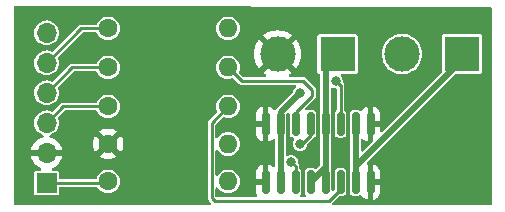
<source format=gbr>
%TF.GenerationSoftware,KiCad,Pcbnew,7.0.9*%
%TF.CreationDate,2025-02-03T19:38:26-05:00*%
%TF.ProjectId,squircuit_relay_prototyping,73717569-7263-4756-9974-5f72656c6179,rev?*%
%TF.SameCoordinates,Original*%
%TF.FileFunction,Copper,L1,Top*%
%TF.FilePolarity,Positive*%
%FSLAX46Y46*%
G04 Gerber Fmt 4.6, Leading zero omitted, Abs format (unit mm)*
G04 Created by KiCad (PCBNEW 7.0.9) date 2025-02-03 19:38:26*
%MOMM*%
%LPD*%
G01*
G04 APERTURE LIST*
G04 Aperture macros list*
%AMRoundRect*
0 Rectangle with rounded corners*
0 $1 Rounding radius*
0 $2 $3 $4 $5 $6 $7 $8 $9 X,Y pos of 4 corners*
0 Add a 4 corners polygon primitive as box body*
4,1,4,$2,$3,$4,$5,$6,$7,$8,$9,$2,$3,0*
0 Add four circle primitives for the rounded corners*
1,1,$1+$1,$2,$3*
1,1,$1+$1,$4,$5*
1,1,$1+$1,$6,$7*
1,1,$1+$1,$8,$9*
0 Add four rect primitives between the rounded corners*
20,1,$1+$1,$2,$3,$4,$5,0*
20,1,$1+$1,$4,$5,$6,$7,0*
20,1,$1+$1,$6,$7,$8,$9,0*
20,1,$1+$1,$8,$9,$2,$3,0*%
G04 Aperture macros list end*
%TA.AperFunction,ComponentPad*%
%ADD10R,1.700000X1.700000*%
%TD*%
%TA.AperFunction,ComponentPad*%
%ADD11O,1.700000X1.700000*%
%TD*%
%TA.AperFunction,ComponentPad*%
%ADD12R,3.000000X3.000000*%
%TD*%
%TA.AperFunction,ComponentPad*%
%ADD13C,3.000000*%
%TD*%
%TA.AperFunction,SMDPad,CuDef*%
%ADD14RoundRect,0.150000X0.150000X-0.825000X0.150000X0.825000X-0.150000X0.825000X-0.150000X-0.825000X0*%
%TD*%
%TA.AperFunction,ComponentPad*%
%ADD15C,1.600000*%
%TD*%
%TA.AperFunction,ComponentPad*%
%ADD16O,1.600000X1.600000*%
%TD*%
%TA.AperFunction,ViaPad*%
%ADD17C,0.800000*%
%TD*%
%TA.AperFunction,Conductor*%
%ADD18C,0.250000*%
%TD*%
%TA.AperFunction,Conductor*%
%ADD19C,0.500000*%
%TD*%
G04 APERTURE END LIST*
D10*
%TO.P,J1,1,Pin_1*%
%TO.N,Net-(J1-Pin_1)*%
X26670000Y-27686000D03*
D11*
%TO.P,J1,2,Pin_2*%
%TO.N,GND*%
X26670000Y-25146000D03*
%TO.P,J1,3,Pin_3*%
%TO.N,Net-(J1-Pin_3)*%
X26670000Y-22606000D03*
%TO.P,J1,4,Pin_4*%
%TO.N,Net-(J1-Pin_4)*%
X26670000Y-20066000D03*
%TO.P,J1,5,Pin_5*%
%TO.N,Net-(J1-Pin_5)*%
X26670000Y-17526000D03*
%TO.P,J1,6,Pin_6*%
%TO.N,unconnected-(J1-Pin_6-Pad6)*%
X26670000Y-14986000D03*
%TD*%
D12*
%TO.P,J3,1,Pin_1*%
%TO.N,/OUTB*%
X61849000Y-16764000D03*
D13*
%TO.P,J3,2,Pin_2*%
%TO.N,/OUTA*%
X56769000Y-16764000D03*
%TD*%
D14*
%TO.P,U1,1,Pin_1*%
%TO.N,GND*%
X45212000Y-27621000D03*
%TO.P,U1,2,Pin_2*%
%TO.N,/OUTA*%
X46482000Y-27621000D03*
%TO.P,U1,3,Pin_3*%
%TO.N,/INA*%
X47752000Y-27621000D03*
%TO.P,U1,4,Pin_4*%
%TO.N,/VCC*%
X49022000Y-27621000D03*
%TO.P,U1,5,Pin_5*%
X50292000Y-27621000D03*
%TO.P,U1,6,Pin_6*%
%TO.N,/INB*%
X51562000Y-27621000D03*
%TO.P,U1,7,Pin_7*%
%TO.N,/OUTB*%
X52832000Y-27621000D03*
%TO.P,U1,8,Pin_8*%
%TO.N,GND*%
X54102000Y-27621000D03*
%TO.P,U1,9,Pin_9*%
X54102000Y-22671000D03*
%TO.P,U1,10,Pin_10*%
%TO.N,/OUTB*%
X52832000Y-22671000D03*
%TO.P,U1,11,Pin_11*%
%TO.N,/PWM*%
X51562000Y-22671000D03*
%TO.P,U1,12,Pin_12*%
%TO.N,/VCC*%
X50292000Y-22671000D03*
%TO.P,U1,13,Pin_13*%
%TO.N,/CS*%
X49022000Y-22671000D03*
%TO.P,U1,14,Pin_14*%
%TO.N,/SEL0*%
X47752000Y-22671000D03*
%TO.P,U1,15,Pin_15*%
%TO.N,/OUTA*%
X46482000Y-22671000D03*
%TO.P,U1,16,Pin_16*%
%TO.N,GND*%
X45212000Y-22671000D03*
%TD*%
D12*
%TO.P,J2,1,Pin_1*%
%TO.N,/VCC*%
X51308000Y-16764000D03*
D13*
%TO.P,J2,2,Pin_2*%
%TO.N,GND*%
X46228000Y-16764000D03*
%TD*%
D15*
%TO.P,R2,1*%
%TO.N,Net-(J1-Pin_3)*%
X31877000Y-21209000D03*
D16*
%TO.P,R2,2*%
%TO.N,/INB*%
X42037000Y-21209000D03*
%TD*%
D15*
%TO.P,R4,1*%
%TO.N,Net-(J1-Pin_5)*%
X31877000Y-14605000D03*
D16*
%TO.P,R4,2*%
%TO.N,/PWM*%
X42037000Y-14605000D03*
%TD*%
D15*
%TO.P,R3,1*%
%TO.N,Net-(J1-Pin_4)*%
X31877000Y-17907000D03*
D16*
%TO.P,R3,2*%
%TO.N,/SEL0*%
X42037000Y-17907000D03*
%TD*%
D15*
%TO.P,R1,1*%
%TO.N,Net-(J1-Pin_1)*%
X31877000Y-27559000D03*
D16*
%TO.P,R1,2*%
%TO.N,/INA*%
X42037000Y-27559000D03*
%TD*%
D15*
%TO.P,R5,1*%
%TO.N,GND*%
X31877000Y-24384000D03*
D16*
%TO.P,R5,2*%
%TO.N,/CS*%
X42037000Y-24384000D03*
%TD*%
D17*
%TO.N,GND*%
X56592000Y-26075750D03*
X33732000Y-20995750D03*
X33732000Y-23535750D03*
X36272000Y-15915750D03*
X43892000Y-20995750D03*
X61672000Y-20995750D03*
X33732000Y-15915750D03*
X36272000Y-23535750D03*
X59132000Y-23535750D03*
X59132000Y-26075750D03*
X33732000Y-26075750D03*
X28652000Y-28615750D03*
X48972000Y-15915750D03*
X33732000Y-28615750D03*
X38812000Y-20995750D03*
X61672000Y-23535750D03*
X36272000Y-28615750D03*
X54052000Y-15915750D03*
X59132000Y-28615750D03*
X38812000Y-18455750D03*
X28652000Y-26075750D03*
X56592000Y-28615750D03*
X38812000Y-26075750D03*
X38812000Y-28615750D03*
X36272000Y-26075750D03*
X54052000Y-20995750D03*
X38812000Y-15915750D03*
X36272000Y-18455750D03*
X43892000Y-23535750D03*
X61672000Y-28615750D03*
X33732000Y-18455750D03*
X38812000Y-23535750D03*
X31192000Y-26075750D03*
X59132000Y-15915750D03*
X36272000Y-20995750D03*
X28652000Y-23535750D03*
X61672000Y-26075750D03*
%TO.N,/OUTA*%
X48137766Y-20066000D03*
%TO.N,/INA*%
X47371000Y-25908000D03*
%TO.N,/PWM*%
X51141500Y-19050000D03*
%TO.N,/CS*%
X48133000Y-24384000D03*
%TD*%
D18*
%TO.N,Net-(J1-Pin_1)*%
X31750000Y-27686000D02*
X31877000Y-27559000D01*
X26670000Y-27686000D02*
X31750000Y-27686000D01*
%TO.N,Net-(J1-Pin_3)*%
X26670000Y-22606000D02*
X28067000Y-21209000D01*
X28067000Y-21209000D02*
X31877000Y-21209000D01*
%TO.N,Net-(J1-Pin_4)*%
X26670000Y-20066000D02*
X28829000Y-17907000D01*
X28829000Y-17907000D02*
X31877000Y-17907000D01*
%TO.N,Net-(J1-Pin_5)*%
X29591000Y-14605000D02*
X31877000Y-14605000D01*
X26670000Y-17526000D02*
X29591000Y-14605000D01*
D19*
%TO.N,/VCC*%
X50292000Y-22671000D02*
X50292000Y-27621000D01*
X50292000Y-17780000D02*
X50292000Y-22671000D01*
X50292000Y-22671000D02*
X50292000Y-26351000D01*
X50292000Y-26351000D02*
X49022000Y-27621000D01*
X51308000Y-16764000D02*
X50292000Y-17780000D01*
%TO.N,/OUTA*%
X46482000Y-22671000D02*
X46482000Y-21696001D01*
X48133000Y-20066000D02*
X48137766Y-20066000D01*
X48137766Y-20066000D02*
X48112001Y-20066000D01*
X46482000Y-27621000D02*
X46482000Y-22671000D01*
X46482000Y-21696001D02*
X48112001Y-20066000D01*
D18*
%TO.N,/INA*%
X47752000Y-26289000D02*
X47752000Y-27621000D01*
X47371000Y-25908000D02*
X47752000Y-26289000D01*
%TO.N,/INB*%
X40894000Y-29210000D02*
X50546000Y-29210000D01*
X40640000Y-22606000D02*
X40640000Y-28956000D01*
X50546000Y-29210000D02*
X51562000Y-28194000D01*
X40640000Y-28956000D02*
X40894000Y-29210000D01*
X42037000Y-21209000D02*
X40640000Y-22606000D01*
X51562000Y-28194000D02*
X51562000Y-27621000D01*
D19*
%TO.N,/OUTB*%
X52832000Y-22671000D02*
X52832000Y-26289000D01*
X61849000Y-17272000D02*
X61849000Y-16764000D01*
X52832000Y-26289000D02*
X61849000Y-17272000D01*
X52832000Y-27621000D02*
X52832000Y-22671000D01*
D18*
%TO.N,/PWM*%
X51141500Y-19050000D02*
X51268500Y-19177000D01*
X51522500Y-19431000D02*
X51562000Y-19431000D01*
X51562000Y-19470500D02*
X51141500Y-19050000D01*
X51141500Y-19050000D02*
X51522500Y-19431000D01*
X51562000Y-22671000D02*
X51562000Y-19470500D01*
%TO.N,/CS*%
X49022000Y-23645999D02*
X49022000Y-22671000D01*
X48283999Y-24384000D02*
X49022000Y-23645999D01*
X48133000Y-24384000D02*
X48283999Y-24384000D01*
%TO.N,/SEL0*%
X43180000Y-19050000D02*
X48387000Y-19050000D01*
X49149000Y-20320000D02*
X47752000Y-21717000D01*
X49149000Y-19812000D02*
X49149000Y-20320000D01*
X47752000Y-21717000D02*
X47752000Y-22671000D01*
X42037000Y-17907000D02*
X43180000Y-19050000D01*
X48387000Y-19050000D02*
X49149000Y-19812000D01*
%TD*%
%TA.AperFunction,Conductor*%
%TO.N,GND*%
G36*
X64265390Y-12826612D02*
G01*
X64332366Y-12846506D01*
X64377955Y-12899453D01*
X64389000Y-12950611D01*
X64389000Y-29467000D01*
X64369315Y-29534039D01*
X64316511Y-29579794D01*
X64265000Y-29591000D01*
X50924687Y-29591000D01*
X50857648Y-29571315D01*
X50811893Y-29518511D01*
X50801949Y-29449353D01*
X50830974Y-29385797D01*
X50837006Y-29379319D01*
X51383507Y-28832819D01*
X51444830Y-28799334D01*
X51471188Y-28796500D01*
X51745261Y-28796500D01*
X51773256Y-28792421D01*
X51813393Y-28786573D01*
X51918483Y-28735198D01*
X52001198Y-28652483D01*
X52052573Y-28547393D01*
X52062500Y-28479260D01*
X52331500Y-28479260D01*
X52341426Y-28547391D01*
X52392803Y-28652485D01*
X52475514Y-28735196D01*
X52475515Y-28735196D01*
X52475517Y-28735198D01*
X52580607Y-28786573D01*
X52614673Y-28791536D01*
X52648739Y-28796500D01*
X52648740Y-28796500D01*
X53015261Y-28796500D01*
X53043256Y-28792421D01*
X53083393Y-28786573D01*
X53188483Y-28735198D01*
X53188486Y-28735195D01*
X53196847Y-28729227D01*
X53197642Y-28730341D01*
X53249481Y-28702031D01*
X53319173Y-28707010D01*
X53375110Y-28748877D01*
X53382580Y-28760074D01*
X53434314Y-28847552D01*
X53434321Y-28847561D01*
X53550438Y-28963678D01*
X53550447Y-28963685D01*
X53691801Y-29047281D01*
X53849514Y-29093100D01*
X53849511Y-29093100D01*
X53851998Y-29093295D01*
X53852000Y-29093295D01*
X53852000Y-27871000D01*
X54352000Y-27871000D01*
X54352000Y-29093295D01*
X54352001Y-29093295D01*
X54354486Y-29093100D01*
X54512198Y-29047281D01*
X54653552Y-28963685D01*
X54653561Y-28963678D01*
X54769678Y-28847561D01*
X54769685Y-28847552D01*
X54853282Y-28706196D01*
X54853283Y-28706193D01*
X54899099Y-28548495D01*
X54899100Y-28548489D01*
X54902000Y-28511644D01*
X54902000Y-27871000D01*
X54352000Y-27871000D01*
X53852000Y-27871000D01*
X53852000Y-26148703D01*
X54352000Y-26148703D01*
X54352000Y-27371000D01*
X54902000Y-27371000D01*
X54902000Y-26730356D01*
X54899100Y-26693510D01*
X54899099Y-26693504D01*
X54853283Y-26535806D01*
X54853282Y-26535803D01*
X54769685Y-26394447D01*
X54769678Y-26394438D01*
X54653561Y-26278321D01*
X54653552Y-26278314D01*
X54512196Y-26194717D01*
X54512193Y-26194716D01*
X54354494Y-26148900D01*
X54354497Y-26148900D01*
X54352000Y-26148703D01*
X53852000Y-26148703D01*
X53852000Y-26148702D01*
X53820649Y-26119733D01*
X53784771Y-26059778D01*
X53787002Y-25989944D01*
X53817120Y-25940982D01*
X61257284Y-18500819D01*
X61318607Y-18467334D01*
X61344965Y-18464500D01*
X63368750Y-18464500D01*
X63368751Y-18464499D01*
X63383568Y-18461552D01*
X63427229Y-18452868D01*
X63427229Y-18452867D01*
X63427231Y-18452867D01*
X63493552Y-18408552D01*
X63537867Y-18342231D01*
X63537867Y-18342229D01*
X63537868Y-18342229D01*
X63549499Y-18283752D01*
X63549500Y-18283750D01*
X63549500Y-15244249D01*
X63549499Y-15244247D01*
X63537868Y-15185770D01*
X63537867Y-15185769D01*
X63493552Y-15119447D01*
X63427230Y-15075132D01*
X63427229Y-15075131D01*
X63368752Y-15063500D01*
X63368748Y-15063500D01*
X60329252Y-15063500D01*
X60329247Y-15063500D01*
X60270770Y-15075131D01*
X60270769Y-15075132D01*
X60204447Y-15119447D01*
X60160132Y-15185769D01*
X60160131Y-15185770D01*
X60148500Y-15244247D01*
X60148500Y-18284033D01*
X60128815Y-18351072D01*
X60112181Y-18371714D01*
X55113681Y-23370214D01*
X55052358Y-23403699D01*
X54982666Y-23398715D01*
X54926733Y-23356843D01*
X54902316Y-23291379D01*
X54902000Y-23282533D01*
X54902000Y-22921000D01*
X54352000Y-22921000D01*
X54352000Y-24080534D01*
X54332315Y-24147573D01*
X54315681Y-24168215D01*
X53494181Y-24989715D01*
X53432858Y-25023200D01*
X53363166Y-25018216D01*
X53307233Y-24976344D01*
X53282816Y-24910880D01*
X53282500Y-24902034D01*
X53282500Y-24045102D01*
X53302185Y-23978063D01*
X53354989Y-23932308D01*
X53424147Y-23922364D01*
X53487703Y-23951389D01*
X53494181Y-23957421D01*
X53550438Y-24013678D01*
X53550447Y-24013685D01*
X53691801Y-24097281D01*
X53849514Y-24143100D01*
X53849511Y-24143100D01*
X53851998Y-24143295D01*
X53852000Y-24143295D01*
X53852000Y-21198703D01*
X54352000Y-21198703D01*
X54352000Y-22421000D01*
X54902000Y-22421000D01*
X54902000Y-21780356D01*
X54899100Y-21743510D01*
X54899099Y-21743504D01*
X54853283Y-21585806D01*
X54853282Y-21585803D01*
X54769685Y-21444447D01*
X54769678Y-21444438D01*
X54653561Y-21328321D01*
X54653552Y-21328314D01*
X54512196Y-21244717D01*
X54512193Y-21244716D01*
X54354494Y-21198900D01*
X54354497Y-21198900D01*
X54352000Y-21198703D01*
X53852000Y-21198703D01*
X53849503Y-21198900D01*
X53691806Y-21244716D01*
X53691803Y-21244717D01*
X53550447Y-21328314D01*
X53550438Y-21328321D01*
X53434321Y-21444438D01*
X53434317Y-21444444D01*
X53382580Y-21531926D01*
X53331510Y-21579609D01*
X53262768Y-21592112D01*
X53198179Y-21565466D01*
X53188663Y-21556930D01*
X53188486Y-21556804D01*
X53188484Y-21556803D01*
X53188483Y-21556802D01*
X53083393Y-21505427D01*
X53083391Y-21505426D01*
X53015261Y-21495500D01*
X53015260Y-21495500D01*
X52648740Y-21495500D01*
X52648739Y-21495500D01*
X52580608Y-21505426D01*
X52475514Y-21556803D01*
X52392803Y-21639514D01*
X52341426Y-21744608D01*
X52331500Y-21812739D01*
X52331500Y-23529260D01*
X52341426Y-23597391D01*
X52368901Y-23653592D01*
X52381500Y-23708052D01*
X52381500Y-26280573D01*
X52379275Y-26340009D01*
X52380316Y-26349243D01*
X52379485Y-26349336D01*
X52381500Y-26364635D01*
X52381500Y-26583947D01*
X52368901Y-26638406D01*
X52341428Y-26694604D01*
X52341425Y-26694611D01*
X52331500Y-26762739D01*
X52331500Y-28479260D01*
X52062500Y-28479260D01*
X52062500Y-26762740D01*
X52052573Y-26694607D01*
X52001198Y-26589517D01*
X52001196Y-26589515D01*
X52001196Y-26589514D01*
X51918485Y-26506803D01*
X51813391Y-26455426D01*
X51745261Y-26445500D01*
X51745260Y-26445500D01*
X51378740Y-26445500D01*
X51378739Y-26445500D01*
X51310608Y-26455426D01*
X51205514Y-26506803D01*
X51122803Y-26589514D01*
X51071426Y-26694608D01*
X51061500Y-26762739D01*
X51061500Y-28182811D01*
X51041815Y-28249850D01*
X51025181Y-28270492D01*
X51004181Y-28291492D01*
X50942858Y-28324977D01*
X50873166Y-28319993D01*
X50817233Y-28278121D01*
X50792816Y-28212657D01*
X50792500Y-28203811D01*
X50792500Y-26762739D01*
X50782574Y-26694611D01*
X50782573Y-26694608D01*
X50782573Y-26694607D01*
X50759365Y-26647133D01*
X50755099Y-26638406D01*
X50742500Y-26583947D01*
X50742500Y-26359426D01*
X50744724Y-26299992D01*
X50743684Y-26290761D01*
X50744513Y-26290667D01*
X50742500Y-26275366D01*
X50742500Y-23708052D01*
X50755099Y-23653592D01*
X50772804Y-23617375D01*
X50782573Y-23597393D01*
X50792500Y-23529260D01*
X50792500Y-21812740D01*
X50792500Y-21812739D01*
X50782574Y-21744611D01*
X50782573Y-21744608D01*
X50782573Y-21744607D01*
X50763577Y-21705749D01*
X50755099Y-21688406D01*
X50742500Y-21633947D01*
X50742500Y-19720284D01*
X50762185Y-19653245D01*
X50814989Y-19607490D01*
X50884147Y-19597546D01*
X50913946Y-19605721D01*
X50984738Y-19635044D01*
X51128687Y-19653995D01*
X51192581Y-19682260D01*
X51231053Y-19740584D01*
X51236500Y-19776933D01*
X51236500Y-21474456D01*
X51216815Y-21541495D01*
X51200181Y-21562137D01*
X51122803Y-21639514D01*
X51071426Y-21744608D01*
X51061500Y-21812739D01*
X51061500Y-23529260D01*
X51071426Y-23597391D01*
X51122803Y-23702485D01*
X51205514Y-23785196D01*
X51205515Y-23785196D01*
X51205517Y-23785198D01*
X51310607Y-23836573D01*
X51333037Y-23839841D01*
X51378739Y-23846500D01*
X51378740Y-23846500D01*
X51745261Y-23846500D01*
X51767971Y-23843191D01*
X51813393Y-23836573D01*
X51918483Y-23785198D01*
X52001198Y-23702483D01*
X52052573Y-23597393D01*
X52062500Y-23529260D01*
X52062500Y-21812740D01*
X52052573Y-21744607D01*
X52001198Y-21639517D01*
X52001196Y-21639515D01*
X52001196Y-21639514D01*
X51923819Y-21562137D01*
X51890334Y-21500814D01*
X51887500Y-21474456D01*
X51887500Y-19487420D01*
X51887736Y-19482013D01*
X51887829Y-19480956D01*
X51891264Y-19441693D01*
X51891263Y-19441692D01*
X51891264Y-19441691D01*
X51890800Y-19436394D01*
X51887500Y-19411320D01*
X51887500Y-19373608D01*
X51887500Y-19373606D01*
X51848240Y-19265740D01*
X51848239Y-19265739D01*
X51848239Y-19265738D01*
X51771408Y-19174175D01*
X51743395Y-19110167D01*
X51743457Y-19078286D01*
X51747182Y-19050000D01*
X51726544Y-18893238D01*
X51666036Y-18747159D01*
X51602213Y-18663984D01*
X51577021Y-18598818D01*
X51591059Y-18530373D01*
X51639873Y-18480383D01*
X51700591Y-18464500D01*
X52827750Y-18464500D01*
X52827751Y-18464499D01*
X52842568Y-18461552D01*
X52886229Y-18452868D01*
X52886229Y-18452867D01*
X52886231Y-18452867D01*
X52952552Y-18408552D01*
X52996867Y-18342231D01*
X52996867Y-18342229D01*
X52996868Y-18342229D01*
X53008499Y-18283752D01*
X53008500Y-18283750D01*
X53008500Y-16764004D01*
X55063732Y-16764004D01*
X55082777Y-17018154D01*
X55129059Y-17220930D01*
X55139492Y-17266637D01*
X55193126Y-17403294D01*
X55232608Y-17503890D01*
X55245373Y-17526000D01*
X55360041Y-17724612D01*
X55518950Y-17923877D01*
X55705783Y-18097232D01*
X55916366Y-18240805D01*
X55916371Y-18240807D01*
X55916372Y-18240808D01*
X55916373Y-18240809D01*
X56022119Y-18291733D01*
X56145992Y-18351387D01*
X56145993Y-18351387D01*
X56145996Y-18351389D01*
X56389542Y-18426513D01*
X56641565Y-18464500D01*
X56896435Y-18464500D01*
X57148458Y-18426513D01*
X57392004Y-18351389D01*
X57621634Y-18240805D01*
X57832217Y-18097232D01*
X58019050Y-17923877D01*
X58177959Y-17724612D01*
X58305393Y-17503888D01*
X58398508Y-17266637D01*
X58455222Y-17018157D01*
X58474268Y-16764000D01*
X58455222Y-16509843D01*
X58398508Y-16261363D01*
X58305393Y-16024112D01*
X58177959Y-15803388D01*
X58019050Y-15604123D01*
X57832217Y-15430768D01*
X57621634Y-15287195D01*
X57621630Y-15287193D01*
X57621627Y-15287191D01*
X57621626Y-15287190D01*
X57392006Y-15176612D01*
X57392008Y-15176612D01*
X57148466Y-15101489D01*
X57148462Y-15101488D01*
X57148458Y-15101487D01*
X57027231Y-15083214D01*
X56896440Y-15063500D01*
X56896435Y-15063500D01*
X56641565Y-15063500D01*
X56641559Y-15063500D01*
X56484609Y-15087157D01*
X56389542Y-15101487D01*
X56389539Y-15101488D01*
X56389533Y-15101489D01*
X56145992Y-15176612D01*
X55916373Y-15287190D01*
X55916372Y-15287191D01*
X55705782Y-15430768D01*
X55518952Y-15604121D01*
X55518950Y-15604123D01*
X55360041Y-15803388D01*
X55232608Y-16024109D01*
X55139492Y-16261362D01*
X55139490Y-16261369D01*
X55082777Y-16509845D01*
X55063732Y-16763995D01*
X55063732Y-16764004D01*
X53008500Y-16764004D01*
X53008500Y-15244249D01*
X53008499Y-15244247D01*
X52996868Y-15185770D01*
X52996867Y-15185769D01*
X52952552Y-15119447D01*
X52886230Y-15075132D01*
X52886229Y-15075131D01*
X52827752Y-15063500D01*
X52827748Y-15063500D01*
X49788252Y-15063500D01*
X49788247Y-15063500D01*
X49729770Y-15075131D01*
X49729769Y-15075132D01*
X49663447Y-15119447D01*
X49619132Y-15185769D01*
X49619131Y-15185770D01*
X49607500Y-15244247D01*
X49607500Y-18283752D01*
X49619131Y-18342229D01*
X49619132Y-18342230D01*
X49663447Y-18408552D01*
X49690325Y-18426511D01*
X49729769Y-18452867D01*
X49741690Y-18455238D01*
X49803602Y-18487623D01*
X49838176Y-18548338D01*
X49841500Y-18576856D01*
X49841500Y-21633947D01*
X49828901Y-21688406D01*
X49801428Y-21744604D01*
X49801425Y-21744611D01*
X49791500Y-21812739D01*
X49791500Y-23529260D01*
X49801426Y-23597391D01*
X49828901Y-23653592D01*
X49841500Y-23708052D01*
X49841500Y-26113035D01*
X49821815Y-26180074D01*
X49805181Y-26200716D01*
X49522095Y-26483801D01*
X49460772Y-26517286D01*
X49391080Y-26512302D01*
X49379954Y-26507521D01*
X49273391Y-26455426D01*
X49205261Y-26445500D01*
X49205260Y-26445500D01*
X48838740Y-26445500D01*
X48838739Y-26445500D01*
X48770608Y-26455426D01*
X48665514Y-26506803D01*
X48582803Y-26589514D01*
X48531426Y-26694608D01*
X48521500Y-26762739D01*
X48521500Y-28479260D01*
X48531426Y-28547391D01*
X48582803Y-28652485D01*
X48603137Y-28672819D01*
X48636622Y-28734142D01*
X48631638Y-28803834D01*
X48589766Y-28859767D01*
X48524302Y-28884184D01*
X48515456Y-28884500D01*
X48258544Y-28884500D01*
X48191505Y-28864815D01*
X48145750Y-28812011D01*
X48135806Y-28742853D01*
X48164831Y-28679297D01*
X48170863Y-28672819D01*
X48191196Y-28652485D01*
X48191198Y-28652483D01*
X48242573Y-28547393D01*
X48252500Y-28479260D01*
X48252500Y-26762740D01*
X48242573Y-26694607D01*
X48191198Y-26589517D01*
X48191196Y-26589515D01*
X48191196Y-26589514D01*
X48113819Y-26512137D01*
X48080334Y-26450814D01*
X48077500Y-26424456D01*
X48077500Y-26305909D01*
X48077736Y-26300502D01*
X48078589Y-26290761D01*
X48081263Y-26260193D01*
X48081262Y-26260192D01*
X48081263Y-26260191D01*
X48070785Y-26221090D01*
X48069618Y-26215830D01*
X48062588Y-26175955D01*
X48062587Y-26175953D01*
X48060760Y-26170933D01*
X48053820Y-26154176D01*
X48051554Y-26149319D01*
X48051554Y-26149316D01*
X48028337Y-26116159D01*
X48025435Y-26111605D01*
X48005194Y-26076545D01*
X48005193Y-26076544D01*
X48005191Y-26076540D01*
X47998220Y-26068232D01*
X48000977Y-26065918D01*
X47972949Y-26023797D01*
X47968415Y-25970787D01*
X47976682Y-25908000D01*
X47956044Y-25751238D01*
X47895536Y-25605159D01*
X47799282Y-25479718D01*
X47673841Y-25383464D01*
X47656077Y-25376106D01*
X47527762Y-25322956D01*
X47527760Y-25322955D01*
X47371001Y-25302318D01*
X47370999Y-25302318D01*
X47214239Y-25322955D01*
X47214234Y-25322957D01*
X47103952Y-25368637D01*
X47034483Y-25376106D01*
X46972004Y-25344830D01*
X46936352Y-25284741D01*
X46932500Y-25254076D01*
X46932500Y-23708052D01*
X46945099Y-23653592D01*
X46962804Y-23617375D01*
X46972573Y-23597393D01*
X46982500Y-23529260D01*
X46982500Y-21883965D01*
X47002185Y-21816926D01*
X47018814Y-21796288D01*
X47039821Y-21775282D01*
X47101142Y-21741799D01*
X47170834Y-21746783D01*
X47226767Y-21788655D01*
X47251184Y-21854119D01*
X47251500Y-21862965D01*
X47251500Y-23529260D01*
X47261426Y-23597391D01*
X47312803Y-23702485D01*
X47395514Y-23785196D01*
X47395515Y-23785196D01*
X47395517Y-23785198D01*
X47500607Y-23836573D01*
X47557237Y-23844824D01*
X47620734Y-23873966D01*
X47658399Y-23932814D01*
X47658269Y-24002684D01*
X47637734Y-24043012D01*
X47608464Y-24081158D01*
X47547956Y-24227237D01*
X47547955Y-24227239D01*
X47527318Y-24383998D01*
X47527318Y-24384001D01*
X47547955Y-24540760D01*
X47547956Y-24540762D01*
X47581624Y-24622045D01*
X47608464Y-24686841D01*
X47704718Y-24812282D01*
X47830159Y-24908536D01*
X47976238Y-24969044D01*
X48054619Y-24979363D01*
X48132999Y-24989682D01*
X48133000Y-24989682D01*
X48133001Y-24989682D01*
X48185254Y-24982802D01*
X48289762Y-24969044D01*
X48435841Y-24908536D01*
X48561282Y-24812282D01*
X48657536Y-24686841D01*
X48718044Y-24540762D01*
X48732332Y-24432228D01*
X48760598Y-24368333D01*
X48767578Y-24360745D01*
X49240204Y-23888119D01*
X49244165Y-23884489D01*
X49275194Y-23858454D01*
X49275196Y-23858451D01*
X49282169Y-23850142D01*
X49283364Y-23851145D01*
X49325129Y-23811311D01*
X49327458Y-23810141D01*
X49378483Y-23785198D01*
X49461198Y-23702483D01*
X49512573Y-23597393D01*
X49522500Y-23529260D01*
X49522500Y-21812740D01*
X49512573Y-21744607D01*
X49461198Y-21639517D01*
X49461196Y-21639515D01*
X49461196Y-21639514D01*
X49378485Y-21556803D01*
X49273391Y-21505426D01*
X49205261Y-21495500D01*
X49205260Y-21495500D01*
X48838740Y-21495500D01*
X48838739Y-21495500D01*
X48770607Y-21505426D01*
X48770606Y-21505426D01*
X48759873Y-21510674D01*
X48691000Y-21522432D01*
X48626703Y-21495088D01*
X48587396Y-21437324D01*
X48585560Y-21367478D01*
X48617733Y-21311592D01*
X48730622Y-21198703D01*
X49367210Y-20562115D01*
X49371172Y-20558484D01*
X49402194Y-20532455D01*
X49422444Y-20497379D01*
X49425328Y-20492852D01*
X49448554Y-20459684D01*
X49448554Y-20459681D01*
X49450819Y-20454824D01*
X49457747Y-20438099D01*
X49459587Y-20433046D01*
X49459588Y-20433045D01*
X49466621Y-20393150D01*
X49467777Y-20387937D01*
X49478263Y-20348807D01*
X49474735Y-20308489D01*
X49474500Y-20303086D01*
X49474500Y-19828920D01*
X49474736Y-19823513D01*
X49478264Y-19783193D01*
X49467782Y-19744076D01*
X49466616Y-19738818D01*
X49459588Y-19698955D01*
X49459586Y-19698952D01*
X49459586Y-19698950D01*
X49457760Y-19693933D01*
X49450820Y-19677176D01*
X49448554Y-19672319D01*
X49448554Y-19672316D01*
X49425339Y-19639162D01*
X49422433Y-19634599D01*
X49402196Y-19599548D01*
X49402195Y-19599547D01*
X49402194Y-19599545D01*
X49371177Y-19573518D01*
X49367193Y-19569867D01*
X49063064Y-19265738D01*
X48629119Y-18831793D01*
X48625474Y-18827814D01*
X48599456Y-18796807D01*
X48599455Y-18796806D01*
X48588058Y-18790226D01*
X48564392Y-18776561D01*
X48559831Y-18773655D01*
X48546687Y-18764452D01*
X48526684Y-18750446D01*
X48526681Y-18750445D01*
X48521861Y-18748197D01*
X48505055Y-18741235D01*
X48500043Y-18739411D01*
X48460190Y-18732383D01*
X48454910Y-18731212D01*
X48415808Y-18720735D01*
X48380892Y-18723790D01*
X48375481Y-18724264D01*
X48370078Y-18724500D01*
X47296637Y-18724500D01*
X47229598Y-18704815D01*
X47183843Y-18652011D01*
X47173899Y-18582853D01*
X47202924Y-18519297D01*
X47237210Y-18491668D01*
X47312047Y-18450803D01*
X47454561Y-18344116D01*
X47454562Y-18344115D01*
X46561748Y-17451300D01*
X46571409Y-17447784D01*
X46719844Y-17350157D01*
X46841764Y-17220930D01*
X46913768Y-17096215D01*
X47808115Y-17990562D01*
X47808116Y-17990561D01*
X47914803Y-17848047D01*
X48051908Y-17596958D01*
X48151890Y-17328895D01*
X48212699Y-17049362D01*
X48233109Y-16764001D01*
X48233109Y-16763998D01*
X48212699Y-16478637D01*
X48151890Y-16199104D01*
X48051908Y-15931041D01*
X47914808Y-15679961D01*
X47914807Y-15679960D01*
X47808115Y-15537436D01*
X46912803Y-16432747D01*
X46890660Y-16381413D01*
X46784567Y-16238906D01*
X46648470Y-16124706D01*
X46558782Y-16079663D01*
X47454562Y-15183883D01*
X47454561Y-15183882D01*
X47312046Y-15077196D01*
X47312038Y-15077191D01*
X47060957Y-14940091D01*
X47060958Y-14940091D01*
X46792895Y-14840109D01*
X46513362Y-14779300D01*
X46228001Y-14758891D01*
X46227999Y-14758891D01*
X45942637Y-14779300D01*
X45663104Y-14840109D01*
X45395041Y-14940091D01*
X45143961Y-15077191D01*
X45143953Y-15077196D01*
X45001437Y-15183882D01*
X45001436Y-15183883D01*
X45894252Y-16076699D01*
X45884591Y-16080216D01*
X45736156Y-16177843D01*
X45614236Y-16307070D01*
X45542231Y-16431784D01*
X44647883Y-15537436D01*
X44647882Y-15537437D01*
X44541196Y-15679953D01*
X44541191Y-15679961D01*
X44404091Y-15931041D01*
X44304109Y-16199104D01*
X44243300Y-16478637D01*
X44222891Y-16763998D01*
X44222891Y-16764001D01*
X44243300Y-17049362D01*
X44304109Y-17328895D01*
X44404091Y-17596958D01*
X44541191Y-17848038D01*
X44541196Y-17848046D01*
X44647882Y-17990561D01*
X44647883Y-17990562D01*
X45543195Y-17095250D01*
X45565340Y-17146587D01*
X45671433Y-17289094D01*
X45807530Y-17403294D01*
X45897216Y-17448335D01*
X45001436Y-18344115D01*
X45143960Y-18450807D01*
X45143961Y-18450808D01*
X45218790Y-18491668D01*
X45268195Y-18541073D01*
X45283047Y-18609346D01*
X45258630Y-18674811D01*
X45202696Y-18716682D01*
X45159363Y-18724500D01*
X43366188Y-18724500D01*
X43299149Y-18704815D01*
X43278507Y-18688181D01*
X42998873Y-18408547D01*
X42965388Y-18347224D01*
X42967894Y-18284870D01*
X42983780Y-18232500D01*
X43023024Y-18103132D01*
X43042341Y-17907000D01*
X43023024Y-17710868D01*
X42965814Y-17522273D01*
X42965811Y-17522269D01*
X42965811Y-17522266D01*
X42872913Y-17348467D01*
X42872909Y-17348460D01*
X42747883Y-17196116D01*
X42595539Y-17071090D01*
X42595532Y-17071086D01*
X42421733Y-16978188D01*
X42421727Y-16978186D01*
X42233132Y-16920976D01*
X42233129Y-16920975D01*
X42037000Y-16901659D01*
X41840870Y-16920975D01*
X41652266Y-16978188D01*
X41478467Y-17071086D01*
X41478460Y-17071090D01*
X41326116Y-17196116D01*
X41201090Y-17348460D01*
X41201086Y-17348467D01*
X41108188Y-17522266D01*
X41050975Y-17710870D01*
X41031659Y-17907000D01*
X41050975Y-18103129D01*
X41108188Y-18291733D01*
X41201086Y-18465532D01*
X41201090Y-18465539D01*
X41326116Y-18617883D01*
X41478460Y-18742909D01*
X41478467Y-18742913D01*
X41652266Y-18835811D01*
X41652269Y-18835811D01*
X41652273Y-18835814D01*
X41840868Y-18893024D01*
X42037000Y-18912341D01*
X42233132Y-18893024D01*
X42414870Y-18837893D01*
X42484737Y-18837270D01*
X42538547Y-18868873D01*
X42937863Y-19268189D01*
X42941518Y-19272178D01*
X42967541Y-19303190D01*
X42967543Y-19303191D01*
X42967545Y-19303194D01*
X42967547Y-19303195D01*
X42967548Y-19303196D01*
X43002599Y-19323433D01*
X43007162Y-19326339D01*
X43040316Y-19349554D01*
X43040319Y-19349554D01*
X43045176Y-19351820D01*
X43061933Y-19358760D01*
X43066953Y-19360587D01*
X43066955Y-19360588D01*
X43106830Y-19367618D01*
X43112087Y-19368784D01*
X43151193Y-19379263D01*
X43191510Y-19375735D01*
X43196912Y-19375500D01*
X47685921Y-19375500D01*
X47752960Y-19395185D01*
X47798715Y-19447989D01*
X47808659Y-19517147D01*
X47779634Y-19580703D01*
X47761411Y-19597872D01*
X47713549Y-19634599D01*
X47709484Y-19637718D01*
X47613229Y-19763160D01*
X47552722Y-19909237D01*
X47552722Y-19909239D01*
X47546248Y-19958411D01*
X47517981Y-20022308D01*
X47510990Y-20029906D01*
X46183804Y-21357093D01*
X46178617Y-21361728D01*
X46148033Y-21386118D01*
X46148029Y-21386123D01*
X46114518Y-21435273D01*
X46092325Y-21465343D01*
X46036677Y-21507593D01*
X45967021Y-21513050D01*
X45905472Y-21479982D01*
X45885821Y-21454825D01*
X45879680Y-21444441D01*
X45879678Y-21444438D01*
X45763561Y-21328321D01*
X45763552Y-21328314D01*
X45622196Y-21244717D01*
X45622193Y-21244716D01*
X45464494Y-21198900D01*
X45464497Y-21198900D01*
X45462000Y-21198703D01*
X45462000Y-24143295D01*
X45462001Y-24143295D01*
X45464486Y-24143100D01*
X45622198Y-24097281D01*
X45763552Y-24013685D01*
X45763561Y-24013678D01*
X45819819Y-23957421D01*
X45881142Y-23923936D01*
X45950834Y-23928920D01*
X46006767Y-23970792D01*
X46031184Y-24036256D01*
X46031500Y-24045102D01*
X46031500Y-26246898D01*
X46011815Y-26313937D01*
X45959011Y-26359692D01*
X45889853Y-26369636D01*
X45826297Y-26340611D01*
X45819819Y-26334579D01*
X45763561Y-26278321D01*
X45763552Y-26278314D01*
X45622196Y-26194717D01*
X45622193Y-26194716D01*
X45464494Y-26148900D01*
X45464497Y-26148900D01*
X45462000Y-26148703D01*
X45462000Y-27747000D01*
X45442315Y-27814039D01*
X45389511Y-27859794D01*
X45338000Y-27871000D01*
X44412000Y-27871000D01*
X44412000Y-28511644D01*
X44414899Y-28548489D01*
X44414900Y-28548495D01*
X44460717Y-28706197D01*
X44462905Y-28711253D01*
X44471465Y-28780596D01*
X44441175Y-28843559D01*
X44381654Y-28880152D01*
X44349104Y-28884500D01*
X41089500Y-28884500D01*
X41022461Y-28864815D01*
X40976706Y-28812011D01*
X40965500Y-28760500D01*
X40965500Y-28171816D01*
X40985185Y-28104777D01*
X41037989Y-28059022D01*
X41107147Y-28049078D01*
X41170703Y-28078103D01*
X41198861Y-28113367D01*
X41201091Y-28117540D01*
X41326116Y-28269883D01*
X41478460Y-28394909D01*
X41478467Y-28394913D01*
X41652266Y-28487811D01*
X41652269Y-28487811D01*
X41652273Y-28487814D01*
X41840868Y-28545024D01*
X42037000Y-28564341D01*
X42233132Y-28545024D01*
X42421727Y-28487814D01*
X42437731Y-28479260D01*
X42595532Y-28394913D01*
X42595538Y-28394910D01*
X42747883Y-28269883D01*
X42872910Y-28117538D01*
X42965814Y-27943727D01*
X43023024Y-27755132D01*
X43042341Y-27559000D01*
X43023825Y-27371000D01*
X44412000Y-27371000D01*
X44962000Y-27371000D01*
X44962000Y-26148703D01*
X44959503Y-26148900D01*
X44801806Y-26194716D01*
X44801803Y-26194717D01*
X44660447Y-26278314D01*
X44660438Y-26278321D01*
X44544321Y-26394438D01*
X44544314Y-26394447D01*
X44460717Y-26535803D01*
X44460716Y-26535806D01*
X44414900Y-26693504D01*
X44414899Y-26693510D01*
X44412000Y-26730356D01*
X44412000Y-27371000D01*
X43023825Y-27371000D01*
X43023024Y-27362868D01*
X42965814Y-27174273D01*
X42965811Y-27174269D01*
X42965811Y-27174266D01*
X42872913Y-27000467D01*
X42872909Y-27000460D01*
X42747883Y-26848116D01*
X42595539Y-26723090D01*
X42595532Y-26723086D01*
X42421733Y-26630188D01*
X42421727Y-26630186D01*
X42233132Y-26572976D01*
X42233129Y-26572975D01*
X42037000Y-26553659D01*
X41840870Y-26572975D01*
X41652266Y-26630188D01*
X41478467Y-26723086D01*
X41478460Y-26723090D01*
X41326116Y-26848116D01*
X41201090Y-27000460D01*
X41201085Y-27000467D01*
X41198858Y-27004636D01*
X41149896Y-27054481D01*
X41081758Y-27069941D01*
X41016078Y-27046109D01*
X40973710Y-26990552D01*
X40965500Y-26946183D01*
X40965500Y-24996816D01*
X40985185Y-24929777D01*
X41037989Y-24884022D01*
X41107147Y-24874078D01*
X41170703Y-24903103D01*
X41198861Y-24938367D01*
X41201091Y-24942540D01*
X41326116Y-25094883D01*
X41478460Y-25219909D01*
X41478467Y-25219913D01*
X41652266Y-25312811D01*
X41652269Y-25312811D01*
X41652273Y-25312814D01*
X41840868Y-25370024D01*
X42037000Y-25389341D01*
X42233132Y-25370024D01*
X42421727Y-25312814D01*
X42595538Y-25219910D01*
X42747883Y-25094883D01*
X42872910Y-24942538D01*
X42942534Y-24812281D01*
X42965811Y-24768733D01*
X42965811Y-24768732D01*
X42965814Y-24768727D01*
X43023024Y-24580132D01*
X43042341Y-24384000D01*
X43023024Y-24187868D01*
X42965814Y-23999273D01*
X42965811Y-23999269D01*
X42965811Y-23999266D01*
X42872913Y-23825467D01*
X42872909Y-23825460D01*
X42747883Y-23673116D01*
X42595539Y-23548090D01*
X42595532Y-23548086D01*
X42421733Y-23455188D01*
X42421727Y-23455186D01*
X42233132Y-23397976D01*
X42233129Y-23397975D01*
X42037000Y-23378659D01*
X41840870Y-23397975D01*
X41652266Y-23455188D01*
X41478467Y-23548086D01*
X41478460Y-23548090D01*
X41326116Y-23673116D01*
X41201090Y-23825460D01*
X41201085Y-23825467D01*
X41198858Y-23829636D01*
X41149896Y-23879481D01*
X41081758Y-23894941D01*
X41016078Y-23871109D01*
X40973710Y-23815552D01*
X40965500Y-23771183D01*
X40965500Y-22921000D01*
X44412000Y-22921000D01*
X44412000Y-23561644D01*
X44414899Y-23598489D01*
X44414900Y-23598495D01*
X44460716Y-23756193D01*
X44460717Y-23756196D01*
X44544314Y-23897552D01*
X44544321Y-23897561D01*
X44660438Y-24013678D01*
X44660447Y-24013685D01*
X44801801Y-24097281D01*
X44959514Y-24143100D01*
X44959511Y-24143100D01*
X44961998Y-24143295D01*
X44962000Y-24143295D01*
X44962000Y-22921000D01*
X44412000Y-22921000D01*
X40965500Y-22921000D01*
X40965500Y-22792187D01*
X40985185Y-22725148D01*
X41001815Y-22704510D01*
X41285324Y-22421000D01*
X44412000Y-22421000D01*
X44962000Y-22421000D01*
X44962000Y-21198703D01*
X44959503Y-21198900D01*
X44801806Y-21244716D01*
X44801803Y-21244717D01*
X44660447Y-21328314D01*
X44660438Y-21328321D01*
X44544321Y-21444438D01*
X44544314Y-21444447D01*
X44460717Y-21585803D01*
X44460716Y-21585806D01*
X44414900Y-21743504D01*
X44414899Y-21743510D01*
X44412000Y-21780356D01*
X44412000Y-22421000D01*
X41285324Y-22421000D01*
X41535452Y-22170872D01*
X41596775Y-22137388D01*
X41659126Y-22139892D01*
X41840868Y-22195024D01*
X42037000Y-22214341D01*
X42233132Y-22195024D01*
X42421727Y-22137814D01*
X42595538Y-22044910D01*
X42747883Y-21919883D01*
X42872910Y-21767538D01*
X42965814Y-21593727D01*
X43023024Y-21405132D01*
X43042341Y-21209000D01*
X43023024Y-21012868D01*
X42965814Y-20824273D01*
X42965811Y-20824269D01*
X42965811Y-20824266D01*
X42872913Y-20650467D01*
X42872909Y-20650460D01*
X42747883Y-20498116D01*
X42595539Y-20373090D01*
X42595532Y-20373086D01*
X42421733Y-20280188D01*
X42421727Y-20280186D01*
X42233132Y-20222976D01*
X42233129Y-20222975D01*
X42037000Y-20203659D01*
X41840870Y-20222975D01*
X41652266Y-20280188D01*
X41478467Y-20373086D01*
X41478460Y-20373090D01*
X41326116Y-20498116D01*
X41201090Y-20650460D01*
X41201086Y-20650467D01*
X41108188Y-20824266D01*
X41050975Y-21012870D01*
X41031659Y-21209000D01*
X41050975Y-21405130D01*
X41092390Y-21541655D01*
X41101200Y-21570699D01*
X41106106Y-21586870D01*
X41106729Y-21656736D01*
X41075126Y-21710546D01*
X40421803Y-22363870D01*
X40417814Y-22367525D01*
X40386805Y-22393545D01*
X40366562Y-22428606D01*
X40363656Y-22433166D01*
X40340446Y-22466313D01*
X40338206Y-22471117D01*
X40331229Y-22487961D01*
X40329410Y-22492959D01*
X40322383Y-22532811D01*
X40321212Y-22538091D01*
X40310735Y-22577191D01*
X40314264Y-22617513D01*
X40314500Y-22622920D01*
X40314500Y-28939078D01*
X40314264Y-28944485D01*
X40310735Y-28984808D01*
X40321212Y-29023910D01*
X40322383Y-29029190D01*
X40329411Y-29069043D01*
X40331235Y-29074055D01*
X40338197Y-29090861D01*
X40340445Y-29095681D01*
X40340446Y-29095684D01*
X40354452Y-29115687D01*
X40363655Y-29128831D01*
X40366561Y-29133392D01*
X40386806Y-29168455D01*
X40417815Y-29194475D01*
X40421805Y-29198131D01*
X40602993Y-29379319D01*
X40636478Y-29440642D01*
X40631494Y-29510334D01*
X40589622Y-29566267D01*
X40524158Y-29590684D01*
X40515312Y-29591000D01*
X24000000Y-29591000D01*
X23932961Y-29571315D01*
X23887206Y-29518511D01*
X23876000Y-29467000D01*
X23876000Y-25396000D01*
X25339364Y-25396000D01*
X25396567Y-25609486D01*
X25396570Y-25609492D01*
X25496399Y-25823578D01*
X25631894Y-26017082D01*
X25798917Y-26184105D01*
X25992421Y-26319600D01*
X26162948Y-26399118D01*
X26215387Y-26445290D01*
X26234539Y-26512484D01*
X26214323Y-26579365D01*
X26161158Y-26624700D01*
X26110543Y-26635500D01*
X25800247Y-26635500D01*
X25741770Y-26647131D01*
X25741769Y-26647132D01*
X25675447Y-26691447D01*
X25631132Y-26757769D01*
X25631131Y-26757770D01*
X25619500Y-26816247D01*
X25619500Y-28555752D01*
X25631131Y-28614229D01*
X25631132Y-28614230D01*
X25675447Y-28680552D01*
X25741769Y-28724867D01*
X25741770Y-28724868D01*
X25800247Y-28736499D01*
X25800250Y-28736500D01*
X25800252Y-28736500D01*
X27539750Y-28736500D01*
X27539751Y-28736499D01*
X27554568Y-28733552D01*
X27598229Y-28724868D01*
X27598229Y-28724867D01*
X27598231Y-28724867D01*
X27664552Y-28680552D01*
X27708867Y-28614231D01*
X27708867Y-28614229D01*
X27708868Y-28614229D01*
X27720499Y-28555752D01*
X27720500Y-28555750D01*
X27720500Y-28135500D01*
X27740185Y-28068461D01*
X27792989Y-28022706D01*
X27844500Y-28011500D01*
X30910089Y-28011500D01*
X30977128Y-28031185D01*
X31019445Y-28077044D01*
X31038861Y-28113367D01*
X31041092Y-28117541D01*
X31166116Y-28269883D01*
X31318460Y-28394909D01*
X31318467Y-28394913D01*
X31492266Y-28487811D01*
X31492269Y-28487811D01*
X31492273Y-28487814D01*
X31680868Y-28545024D01*
X31877000Y-28564341D01*
X32073132Y-28545024D01*
X32261727Y-28487814D01*
X32277731Y-28479260D01*
X32435532Y-28394913D01*
X32435538Y-28394910D01*
X32587883Y-28269883D01*
X32712910Y-28117538D01*
X32805814Y-27943727D01*
X32863024Y-27755132D01*
X32882341Y-27559000D01*
X32863024Y-27362868D01*
X32805814Y-27174273D01*
X32805811Y-27174269D01*
X32805811Y-27174266D01*
X32712913Y-27000467D01*
X32712909Y-27000460D01*
X32587883Y-26848116D01*
X32435539Y-26723090D01*
X32435532Y-26723086D01*
X32261733Y-26630188D01*
X32261727Y-26630186D01*
X32073132Y-26572976D01*
X32073129Y-26572975D01*
X31877000Y-26553659D01*
X31680870Y-26572975D01*
X31492266Y-26630188D01*
X31318467Y-26723086D01*
X31318460Y-26723090D01*
X31166116Y-26848116D01*
X31041090Y-27000460D01*
X31041086Y-27000467D01*
X30948187Y-27174268D01*
X30935153Y-27217236D01*
X30918389Y-27272496D01*
X30880093Y-27330934D01*
X30816281Y-27359390D01*
X30799730Y-27360500D01*
X27844500Y-27360500D01*
X27777461Y-27340815D01*
X27731706Y-27288011D01*
X27720500Y-27236500D01*
X27720500Y-26816249D01*
X27720499Y-26816247D01*
X27708868Y-26757770D01*
X27708867Y-26757769D01*
X27664552Y-26691447D01*
X27598230Y-26647132D01*
X27598229Y-26647131D01*
X27539752Y-26635500D01*
X27539748Y-26635500D01*
X27229457Y-26635500D01*
X27162418Y-26615815D01*
X27116663Y-26563011D01*
X27106719Y-26493853D01*
X27135744Y-26430297D01*
X27177052Y-26399118D01*
X27347578Y-26319600D01*
X27541082Y-26184105D01*
X27708105Y-26017082D01*
X27843600Y-25823578D01*
X27943429Y-25609492D01*
X27943432Y-25609486D01*
X28000636Y-25396000D01*
X27103686Y-25396000D01*
X27129493Y-25355844D01*
X27170000Y-25217889D01*
X27170000Y-25074111D01*
X27129493Y-24936156D01*
X27103686Y-24896000D01*
X28000636Y-24896000D01*
X28000635Y-24895999D01*
X27943432Y-24682513D01*
X27943429Y-24682507D01*
X27843600Y-24468422D01*
X27843599Y-24468420D01*
X27784489Y-24384002D01*
X30572034Y-24384002D01*
X30591858Y-24610599D01*
X30591860Y-24610610D01*
X30650730Y-24830317D01*
X30650734Y-24830326D01*
X30746865Y-25036481D01*
X30746866Y-25036483D01*
X30797973Y-25109471D01*
X30797974Y-25109472D01*
X31479046Y-24428399D01*
X31491835Y-24509148D01*
X31549359Y-24622045D01*
X31638955Y-24711641D01*
X31751852Y-24769165D01*
X31832599Y-24781953D01*
X31151526Y-25463025D01*
X31151526Y-25463026D01*
X31224512Y-25514131D01*
X31224516Y-25514133D01*
X31430673Y-25610265D01*
X31430682Y-25610269D01*
X31650389Y-25669139D01*
X31650400Y-25669141D01*
X31876998Y-25688966D01*
X31877002Y-25688966D01*
X32103599Y-25669141D01*
X32103610Y-25669139D01*
X32323317Y-25610269D01*
X32323331Y-25610264D01*
X32529478Y-25514136D01*
X32602472Y-25463025D01*
X31921401Y-24781953D01*
X32002148Y-24769165D01*
X32115045Y-24711641D01*
X32204641Y-24622045D01*
X32262165Y-24509148D01*
X32274953Y-24428400D01*
X32956025Y-25109472D01*
X33007136Y-25036478D01*
X33103264Y-24830331D01*
X33103269Y-24830317D01*
X33162139Y-24610610D01*
X33162141Y-24610599D01*
X33181966Y-24384002D01*
X33181966Y-24383997D01*
X33162141Y-24157400D01*
X33162139Y-24157389D01*
X33103269Y-23937682D01*
X33103265Y-23937673D01*
X33007133Y-23731516D01*
X33007131Y-23731512D01*
X32956026Y-23658526D01*
X32956025Y-23658526D01*
X32274953Y-24339598D01*
X32262165Y-24258852D01*
X32204641Y-24145955D01*
X32115045Y-24056359D01*
X32002148Y-23998835D01*
X31921400Y-23986046D01*
X32602472Y-23304974D01*
X32602471Y-23304973D01*
X32529483Y-23253866D01*
X32529481Y-23253865D01*
X32323326Y-23157734D01*
X32323317Y-23157730D01*
X32103610Y-23098860D01*
X32103599Y-23098858D01*
X31877002Y-23079034D01*
X31876998Y-23079034D01*
X31650400Y-23098858D01*
X31650389Y-23098860D01*
X31430682Y-23157730D01*
X31430673Y-23157734D01*
X31224513Y-23253868D01*
X31151527Y-23304972D01*
X31151526Y-23304973D01*
X31832600Y-23986046D01*
X31751852Y-23998835D01*
X31638955Y-24056359D01*
X31549359Y-24145955D01*
X31491835Y-24258852D01*
X31479046Y-24339599D01*
X30797973Y-23658526D01*
X30797972Y-23658527D01*
X30746868Y-23731513D01*
X30650734Y-23937673D01*
X30650730Y-23937682D01*
X30591860Y-24157389D01*
X30591858Y-24157400D01*
X30572034Y-24383997D01*
X30572034Y-24384002D01*
X27784489Y-24384002D01*
X27708113Y-24274926D01*
X27708108Y-24274920D01*
X27541082Y-24107894D01*
X27347578Y-23972399D01*
X27133492Y-23872570D01*
X27133486Y-23872567D01*
X27011349Y-23839841D01*
X26951689Y-23803476D01*
X26921160Y-23740629D01*
X26929455Y-23671253D01*
X26973940Y-23617375D01*
X27007444Y-23601407D01*
X27073954Y-23581232D01*
X27256450Y-23483685D01*
X27416410Y-23352410D01*
X27547685Y-23192450D01*
X27645232Y-23009954D01*
X27705300Y-22811934D01*
X27725583Y-22606000D01*
X27705300Y-22400066D01*
X27645232Y-22202046D01*
X27645230Y-22202043D01*
X27645230Y-22202041D01*
X27644444Y-22200144D01*
X27644328Y-22199068D01*
X27643463Y-22196216D01*
X27644003Y-22196051D01*
X27636971Y-22130675D01*
X27668242Y-22068194D01*
X27671290Y-22065035D01*
X28165508Y-21570819D01*
X28226831Y-21537334D01*
X28253189Y-21534500D01*
X30842205Y-21534500D01*
X30909244Y-21554185D01*
X30951563Y-21600047D01*
X31041085Y-21767532D01*
X31041090Y-21767539D01*
X31166116Y-21919883D01*
X31318460Y-22044909D01*
X31318467Y-22044913D01*
X31492266Y-22137811D01*
X31492269Y-22137811D01*
X31492273Y-22137814D01*
X31680868Y-22195024D01*
X31877000Y-22214341D01*
X32073132Y-22195024D01*
X32261727Y-22137814D01*
X32435538Y-22044910D01*
X32587883Y-21919883D01*
X32712910Y-21767538D01*
X32805814Y-21593727D01*
X32863024Y-21405132D01*
X32882341Y-21209000D01*
X32863024Y-21012868D01*
X32805814Y-20824273D01*
X32805811Y-20824269D01*
X32805811Y-20824266D01*
X32712913Y-20650467D01*
X32712909Y-20650460D01*
X32587883Y-20498116D01*
X32435539Y-20373090D01*
X32435532Y-20373086D01*
X32261733Y-20280188D01*
X32261727Y-20280186D01*
X32073132Y-20222976D01*
X32073129Y-20222975D01*
X31877000Y-20203659D01*
X31680870Y-20222975D01*
X31492266Y-20280188D01*
X31318467Y-20373086D01*
X31318460Y-20373090D01*
X31166116Y-20498116D01*
X31041090Y-20650460D01*
X31041085Y-20650467D01*
X30951563Y-20817953D01*
X30902601Y-20867798D01*
X30842205Y-20883500D01*
X28083911Y-20883500D01*
X28078507Y-20883264D01*
X28073176Y-20882797D01*
X28038192Y-20879736D01*
X27999099Y-20890211D01*
X27993819Y-20891382D01*
X27953954Y-20898412D01*
X27948962Y-20900229D01*
X27932117Y-20907206D01*
X27927313Y-20909446D01*
X27894163Y-20932658D01*
X27889602Y-20935564D01*
X27854548Y-20955804D01*
X27854545Y-20955806D01*
X27854543Y-20955807D01*
X27854542Y-20955809D01*
X27828523Y-20986815D01*
X27824869Y-20990803D01*
X27210994Y-21604677D01*
X27149671Y-21638162D01*
X27079979Y-21633178D01*
X27075869Y-21631561D01*
X27073958Y-21630769D01*
X26972679Y-21600047D01*
X26875934Y-21570700D01*
X26875932Y-21570699D01*
X26875934Y-21570699D01*
X26670000Y-21550417D01*
X26464067Y-21570699D01*
X26266043Y-21630769D01*
X26161785Y-21686497D01*
X26083550Y-21728315D01*
X26083548Y-21728316D01*
X26083547Y-21728317D01*
X25923589Y-21859589D01*
X25792317Y-22019547D01*
X25694769Y-22202043D01*
X25634699Y-22400067D01*
X25614417Y-22606000D01*
X25634699Y-22811932D01*
X25634700Y-22811934D01*
X25694768Y-23009954D01*
X25792315Y-23192450D01*
X25792317Y-23192452D01*
X25923589Y-23352410D01*
X25980013Y-23398715D01*
X26083550Y-23483685D01*
X26266046Y-23581232D01*
X26332551Y-23601405D01*
X26390989Y-23639702D01*
X26419446Y-23703514D01*
X26408887Y-23772581D01*
X26362663Y-23824975D01*
X26328650Y-23839841D01*
X26206514Y-23872567D01*
X26206507Y-23872570D01*
X25992422Y-23972399D01*
X25992420Y-23972400D01*
X25798926Y-24107886D01*
X25798920Y-24107891D01*
X25631891Y-24274920D01*
X25631886Y-24274926D01*
X25496400Y-24468420D01*
X25496399Y-24468422D01*
X25396570Y-24682507D01*
X25396567Y-24682513D01*
X25339364Y-24895999D01*
X25339364Y-24896000D01*
X26236314Y-24896000D01*
X26210507Y-24936156D01*
X26170000Y-25074111D01*
X26170000Y-25217889D01*
X26210507Y-25355844D01*
X26236314Y-25396000D01*
X25339364Y-25396000D01*
X23876000Y-25396000D01*
X23876000Y-20066000D01*
X25614417Y-20066000D01*
X25634699Y-20271932D01*
X25652460Y-20330482D01*
X25694768Y-20469954D01*
X25792315Y-20652450D01*
X25792317Y-20652452D01*
X25923589Y-20812410D01*
X25991081Y-20867798D01*
X26083550Y-20943685D01*
X26266046Y-21041232D01*
X26464066Y-21101300D01*
X26464065Y-21101300D01*
X26482529Y-21103118D01*
X26670000Y-21121583D01*
X26875934Y-21101300D01*
X27073954Y-21041232D01*
X27256450Y-20943685D01*
X27416410Y-20812410D01*
X27547685Y-20652450D01*
X27645232Y-20469954D01*
X27705300Y-20271934D01*
X27725583Y-20066000D01*
X27705300Y-19860066D01*
X27645232Y-19662046D01*
X27645227Y-19662038D01*
X27644439Y-19660132D01*
X27644322Y-19659051D01*
X27643463Y-19656217D01*
X27644000Y-19656053D01*
X27636973Y-19590663D01*
X27668250Y-19528185D01*
X27671292Y-19525033D01*
X28927507Y-18268819D01*
X28988830Y-18235334D01*
X29015188Y-18232500D01*
X30842205Y-18232500D01*
X30909244Y-18252185D01*
X30951563Y-18298047D01*
X31041085Y-18465532D01*
X31041090Y-18465539D01*
X31166116Y-18617883D01*
X31318460Y-18742909D01*
X31318467Y-18742913D01*
X31492266Y-18835811D01*
X31492269Y-18835811D01*
X31492273Y-18835814D01*
X31680868Y-18893024D01*
X31877000Y-18912341D01*
X32073132Y-18893024D01*
X32261727Y-18835814D01*
X32269228Y-18831805D01*
X32421439Y-18750446D01*
X32435538Y-18742910D01*
X32587883Y-18617883D01*
X32712910Y-18465538D01*
X32776638Y-18346311D01*
X32805811Y-18291733D01*
X32805811Y-18291732D01*
X32805814Y-18291727D01*
X32863024Y-18103132D01*
X32882341Y-17907000D01*
X32863024Y-17710868D01*
X32805814Y-17522273D01*
X32805811Y-17522269D01*
X32805811Y-17522266D01*
X32712913Y-17348467D01*
X32712909Y-17348460D01*
X32587883Y-17196116D01*
X32435539Y-17071090D01*
X32435532Y-17071086D01*
X32261733Y-16978188D01*
X32261727Y-16978186D01*
X32073132Y-16920976D01*
X32073129Y-16920975D01*
X31877000Y-16901659D01*
X31680870Y-16920975D01*
X31492266Y-16978188D01*
X31318467Y-17071086D01*
X31318460Y-17071090D01*
X31166116Y-17196116D01*
X31041090Y-17348460D01*
X31041085Y-17348467D01*
X30951563Y-17515953D01*
X30902601Y-17565798D01*
X30842205Y-17581500D01*
X28845922Y-17581500D01*
X28840518Y-17581264D01*
X28835107Y-17580790D01*
X28800192Y-17577735D01*
X28800191Y-17577735D01*
X28761091Y-17588212D01*
X28755811Y-17589383D01*
X28715959Y-17596410D01*
X28710961Y-17598229D01*
X28694117Y-17605206D01*
X28689313Y-17607446D01*
X28656166Y-17630656D01*
X28651606Y-17633562D01*
X28616548Y-17653804D01*
X28616540Y-17653810D01*
X28590523Y-17684815D01*
X28586869Y-17688804D01*
X27210994Y-19064678D01*
X27149671Y-19098163D01*
X27079979Y-19093179D01*
X27075862Y-19091559D01*
X27073962Y-19090772D01*
X27073954Y-19090768D01*
X26875934Y-19030700D01*
X26875932Y-19030699D01*
X26875934Y-19030699D01*
X26670000Y-19010417D01*
X26464067Y-19030699D01*
X26266043Y-19090769D01*
X26229753Y-19110167D01*
X26083550Y-19188315D01*
X26083548Y-19188316D01*
X26083547Y-19188317D01*
X25923589Y-19319589D01*
X25818216Y-19447989D01*
X25792315Y-19479550D01*
X25772219Y-19517147D01*
X25694769Y-19662043D01*
X25634699Y-19860067D01*
X25614417Y-20066000D01*
X23876000Y-20066000D01*
X23876000Y-17526000D01*
X25614417Y-17526000D01*
X25634699Y-17731932D01*
X25634700Y-17731934D01*
X25694768Y-17929954D01*
X25792315Y-18112450D01*
X25792317Y-18112452D01*
X25923589Y-18272410D01*
X26013639Y-18346311D01*
X26083550Y-18403685D01*
X26266046Y-18501232D01*
X26464066Y-18561300D01*
X26464065Y-18561300D01*
X26482529Y-18563118D01*
X26670000Y-18581583D01*
X26875934Y-18561300D01*
X27073954Y-18501232D01*
X27256450Y-18403685D01*
X27416410Y-18272410D01*
X27547685Y-18112450D01*
X27645232Y-17929954D01*
X27705300Y-17731934D01*
X27725583Y-17526000D01*
X27705300Y-17320066D01*
X27645232Y-17122046D01*
X27645227Y-17122038D01*
X27644439Y-17120132D01*
X27644322Y-17119051D01*
X27643463Y-17116217D01*
X27644000Y-17116053D01*
X27636973Y-17050663D01*
X27668250Y-16988185D01*
X27671292Y-16985032D01*
X29689507Y-14966819D01*
X29750830Y-14933334D01*
X29777188Y-14930500D01*
X30842205Y-14930500D01*
X30909244Y-14950185D01*
X30951563Y-14996047D01*
X31041085Y-15163532D01*
X31041090Y-15163539D01*
X31166116Y-15315883D01*
X31318460Y-15440909D01*
X31318467Y-15440913D01*
X31492266Y-15533811D01*
X31492269Y-15533811D01*
X31492273Y-15533814D01*
X31680868Y-15591024D01*
X31877000Y-15610341D01*
X32073132Y-15591024D01*
X32261727Y-15533814D01*
X32435538Y-15440910D01*
X32587883Y-15315883D01*
X32712910Y-15163538D01*
X32760165Y-15075131D01*
X32805811Y-14989733D01*
X32805811Y-14989732D01*
X32805814Y-14989727D01*
X32863024Y-14801132D01*
X32882341Y-14605000D01*
X41031659Y-14605000D01*
X41050975Y-14801129D01*
X41050976Y-14801132D01*
X41107055Y-14986000D01*
X41108188Y-14989733D01*
X41201086Y-15163532D01*
X41201090Y-15163539D01*
X41326116Y-15315883D01*
X41478460Y-15440909D01*
X41478467Y-15440913D01*
X41652266Y-15533811D01*
X41652269Y-15533811D01*
X41652273Y-15533814D01*
X41840868Y-15591024D01*
X42037000Y-15610341D01*
X42233132Y-15591024D01*
X42421727Y-15533814D01*
X42595538Y-15440910D01*
X42747883Y-15315883D01*
X42872910Y-15163538D01*
X42920165Y-15075131D01*
X42965811Y-14989733D01*
X42965811Y-14989732D01*
X42965814Y-14989727D01*
X43023024Y-14801132D01*
X43042341Y-14605000D01*
X43023024Y-14408868D01*
X42965814Y-14220273D01*
X42965811Y-14220269D01*
X42965811Y-14220266D01*
X42872913Y-14046467D01*
X42872909Y-14046460D01*
X42747883Y-13894116D01*
X42595539Y-13769090D01*
X42595532Y-13769086D01*
X42421733Y-13676188D01*
X42421727Y-13676186D01*
X42233132Y-13618976D01*
X42233129Y-13618975D01*
X42037000Y-13599659D01*
X41840870Y-13618975D01*
X41652266Y-13676188D01*
X41478467Y-13769086D01*
X41478460Y-13769090D01*
X41326116Y-13894116D01*
X41201090Y-14046460D01*
X41201086Y-14046467D01*
X41108188Y-14220266D01*
X41050975Y-14408870D01*
X41031659Y-14605000D01*
X32882341Y-14605000D01*
X32863024Y-14408868D01*
X32805814Y-14220273D01*
X32805811Y-14220269D01*
X32805811Y-14220266D01*
X32712913Y-14046467D01*
X32712909Y-14046460D01*
X32587883Y-13894116D01*
X32435539Y-13769090D01*
X32435532Y-13769086D01*
X32261733Y-13676188D01*
X32261727Y-13676186D01*
X32073132Y-13618976D01*
X32073129Y-13618975D01*
X31877000Y-13599659D01*
X31680870Y-13618975D01*
X31492266Y-13676188D01*
X31318467Y-13769086D01*
X31318460Y-13769090D01*
X31166116Y-13894116D01*
X31041090Y-14046460D01*
X31041085Y-14046467D01*
X30951563Y-14213953D01*
X30902601Y-14263798D01*
X30842205Y-14279500D01*
X29607922Y-14279500D01*
X29602518Y-14279264D01*
X29597107Y-14278790D01*
X29562192Y-14275735D01*
X29562191Y-14275735D01*
X29523091Y-14286212D01*
X29517811Y-14287383D01*
X29477959Y-14294410D01*
X29472961Y-14296229D01*
X29456117Y-14303206D01*
X29451313Y-14305446D01*
X29418166Y-14328656D01*
X29413606Y-14331562D01*
X29378548Y-14351804D01*
X29378540Y-14351810D01*
X29352523Y-14382815D01*
X29348869Y-14386804D01*
X27210994Y-16524678D01*
X27149671Y-16558163D01*
X27079979Y-16553179D01*
X27075862Y-16551559D01*
X27073962Y-16550772D01*
X27073954Y-16550768D01*
X26875934Y-16490700D01*
X26875932Y-16490699D01*
X26875934Y-16490699D01*
X26670000Y-16470417D01*
X26464067Y-16490699D01*
X26266043Y-16550769D01*
X26193743Y-16589415D01*
X26083550Y-16648315D01*
X26083548Y-16648316D01*
X26083547Y-16648317D01*
X25923589Y-16779589D01*
X25807558Y-16920976D01*
X25792315Y-16939550D01*
X25768848Y-16983454D01*
X25694769Y-17122043D01*
X25634699Y-17320067D01*
X25614417Y-17526000D01*
X23876000Y-17526000D01*
X23876000Y-14986000D01*
X25614417Y-14986000D01*
X25634699Y-15191932D01*
X25634700Y-15191934D01*
X25694768Y-15389954D01*
X25792315Y-15572450D01*
X25792317Y-15572452D01*
X25923589Y-15732410D01*
X26010077Y-15803388D01*
X26083550Y-15863685D01*
X26266046Y-15961232D01*
X26464066Y-16021300D01*
X26464065Y-16021300D01*
X26482529Y-16023118D01*
X26670000Y-16041583D01*
X26875934Y-16021300D01*
X27073954Y-15961232D01*
X27256450Y-15863685D01*
X27416410Y-15732410D01*
X27547685Y-15572450D01*
X27645232Y-15389954D01*
X27705300Y-15191934D01*
X27725583Y-14986000D01*
X27705300Y-14780066D01*
X27645232Y-14582046D01*
X27547685Y-14399550D01*
X27489504Y-14328656D01*
X27416410Y-14239589D01*
X27256452Y-14108317D01*
X27256453Y-14108317D01*
X27256450Y-14108315D01*
X27073954Y-14010768D01*
X26875934Y-13950700D01*
X26875932Y-13950699D01*
X26875934Y-13950699D01*
X26670000Y-13930417D01*
X26464067Y-13950699D01*
X26266043Y-14010769D01*
X26199258Y-14046467D01*
X26083550Y-14108315D01*
X26083548Y-14108316D01*
X26083547Y-14108317D01*
X25923589Y-14239589D01*
X25802775Y-14386804D01*
X25792315Y-14399550D01*
X25753643Y-14471898D01*
X25694769Y-14582043D01*
X25634699Y-14780067D01*
X25614417Y-14986000D01*
X23876000Y-14986000D01*
X23876000Y-12824388D01*
X23895685Y-12757349D01*
X23948489Y-12711594D01*
X24000384Y-12700389D01*
X64265390Y-12826612D01*
G37*
%TD.AperFunction*%
%TD*%
M02*

</source>
